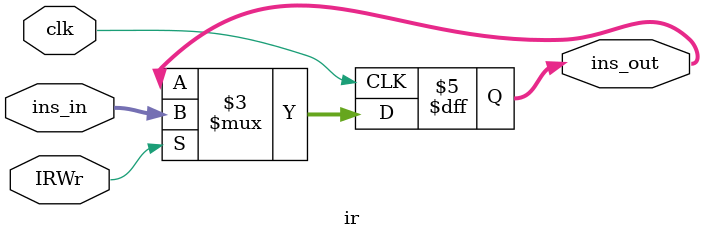
<source format=v>
module ir(ins_in,ins_out,IRWr,clk);
  input             clk ;
  input             IRWr ;
  input   [31:0]    ins_in ; 
  output  [31:0]    ins_out ;
  reg     [31:0]    ins_out ;
  always @ ( posedge clk )
    if( IRWr )
      ins_out[31:0] = ins_in[31:0] ;
endmodule
</source>
